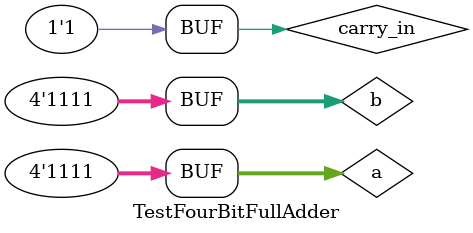
<source format=v>

module TestFourBitFullAdder;
	reg [3:0] a;
	reg [3:0] b;
	reg carry_in;
	wire [3:0] sum;
	wire carry_out;
	FourBitFullAdder x(.a(a), .b(b), .carry_in(carry_in), .sum(sum), .carry_out(carry_out));
	initial
		begin
			$monitor("%d	a = %b, b = %b, carry_in = %b, sum = %b, carry_out = %b", $time, a, b, carry_in, sum, carry_out);
			
			#20
			a = 4'b0011;
			b = 4'b1011;
			carry_in = 0;
			
			#20
			a = 4'b1111;
			b = 4'b1111;
			carry_in = 0;
			
			#20
			a = 4'b0001;
			b = 4'b0111;
			carry_in = 0;
			
			#20
			a = 4'b0011;
			b = 4'b0011;
			carry_in = 1;
			
			#20
			a = 4'b1010;
			b = 4'b0110;
			carry_in = 0;
			
			#20
			a = 4'b1111;
			b = 4'b1111;
			carry_in = 1;
		end
endmodule
</source>
